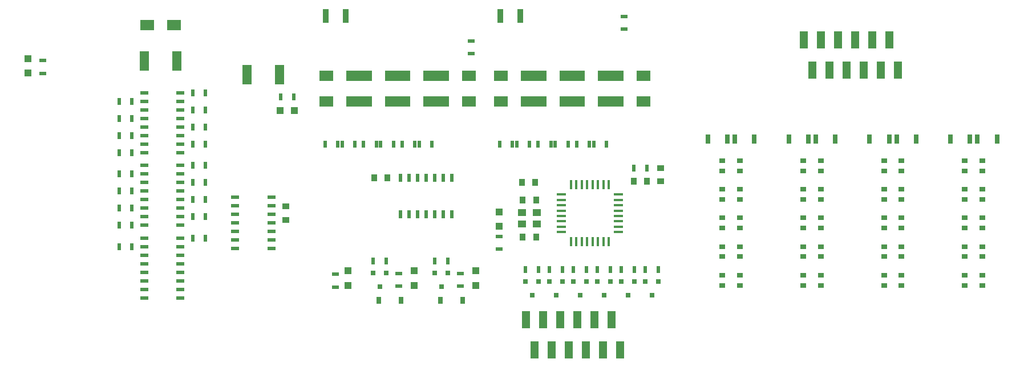
<source format=gbr>
G04 #@! TF.GenerationSoftware,KiCad,Pcbnew,(2017-08-07 revision 2d9ab80b4)-master*
G04 #@! TF.CreationDate,2017-08-10T02:16:17+02:00*
G04 #@! TF.ProjectId,z-module-pcb-r2,7A2D6D6F64756C652D7063622D72322E,rev?*
G04 #@! TF.SameCoordinates,Original*
G04 #@! TF.FileFunction,Paste,Top*
G04 #@! TF.FilePolarity,Positive*
%FSLAX46Y46*%
G04 Gerber Fmt 4.6, Leading zero omitted, Abs format (unit mm)*
G04 Created by KiCad (PCBNEW (2017-08-07 revision 2d9ab80b4)-master) date Thu Aug 10 02:16:17 2017*
%MOMM*%
%LPD*%
G01*
G04 APERTURE LIST*
%ADD10R,0.756000X1.428000*%
%ADD11R,0.924000X0.672000*%
%ADD12R,1.260000X2.520000*%
%ADD13R,2.100000X1.512000*%
%ADD14R,1.008000X1.008000*%
%ADD15R,1.344000X2.940000*%
%ADD16R,0.588000X1.092000*%
%ADD17R,0.672000X0.756000*%
%ADD18R,0.840000X1.050000*%
%ADD19R,1.050000X0.840000*%
%ADD20R,1.176000X1.008000*%
%ADD21R,0.462000X1.344000*%
%ADD22R,1.344000X0.462000*%
%ADD23R,1.092000X0.588000*%
%ADD24R,1.260000X0.504000*%
%ADD25R,0.504000X1.260000*%
%ADD26R,0.756000X1.008000*%
%ADD27R,0.840000X2.100000*%
%ADD28R,1.007060X1.007060*%
G04 APERTURE END LIST*
D10*
X241550000Y-87250000D03*
X244450000Y-87250000D03*
X237550000Y-87250000D03*
X240450000Y-87250000D03*
D11*
X239700000Y-96250000D03*
X239700000Y-94750000D03*
X242300000Y-96250000D03*
X242300000Y-94750000D03*
X242300000Y-90500000D03*
X242300000Y-92000000D03*
X239700000Y-90500000D03*
X239700000Y-92000000D03*
X242300000Y-99000000D03*
X242300000Y-100500000D03*
X239700000Y-99000000D03*
X239700000Y-100500000D03*
X254300000Y-94750000D03*
X254300000Y-96250000D03*
X251700000Y-94750000D03*
X251700000Y-96250000D03*
X251700000Y-92000000D03*
X251700000Y-90500000D03*
X254300000Y-92000000D03*
X254300000Y-90500000D03*
D10*
X252450000Y-87250000D03*
X249550000Y-87250000D03*
D11*
X251700000Y-104750000D03*
X251700000Y-103250000D03*
X254300000Y-104750000D03*
X254300000Y-103250000D03*
D10*
X256450000Y-87250000D03*
X253550000Y-87250000D03*
D11*
X254300000Y-107500000D03*
X254300000Y-109000000D03*
X251700000Y-107500000D03*
X251700000Y-109000000D03*
X251700000Y-100500000D03*
X251700000Y-99000000D03*
X254300000Y-100500000D03*
X254300000Y-99000000D03*
X239700000Y-109000000D03*
X239700000Y-107500000D03*
X242300000Y-109000000D03*
X242300000Y-107500000D03*
X242300000Y-103250000D03*
X242300000Y-104750000D03*
X239700000Y-103250000D03*
X239700000Y-104750000D03*
X230300000Y-107500000D03*
X230300000Y-109000000D03*
X227700000Y-107500000D03*
X227700000Y-109000000D03*
D10*
X228450000Y-87250000D03*
X225550000Y-87250000D03*
D11*
X227700000Y-104750000D03*
X227700000Y-103250000D03*
X230300000Y-104750000D03*
X230300000Y-103250000D03*
X227700000Y-100500000D03*
X227700000Y-99000000D03*
X230300000Y-100500000D03*
X230300000Y-99000000D03*
X230300000Y-94750000D03*
X230300000Y-96250000D03*
X227700000Y-94750000D03*
X227700000Y-96250000D03*
X227700000Y-92000000D03*
X227700000Y-90500000D03*
X230300000Y-92000000D03*
X230300000Y-90500000D03*
D10*
X232450000Y-87250000D03*
X229550000Y-87250000D03*
D11*
X218300000Y-90500000D03*
X218300000Y-92000000D03*
X215700000Y-90500000D03*
X215700000Y-92000000D03*
X215700000Y-96250000D03*
X215700000Y-94750000D03*
X218300000Y-96250000D03*
X218300000Y-94750000D03*
X218300000Y-99000000D03*
X218300000Y-100500000D03*
X215700000Y-99000000D03*
X215700000Y-100500000D03*
X215700000Y-109000000D03*
X215700000Y-107500000D03*
X218300000Y-109000000D03*
X218300000Y-107500000D03*
X218300000Y-103250000D03*
X218300000Y-104750000D03*
X215700000Y-103250000D03*
X215700000Y-104750000D03*
D10*
X213550000Y-87250000D03*
X216450000Y-87250000D03*
D12*
X231580000Y-77000000D03*
X229040000Y-77000000D03*
X230310000Y-72500000D03*
X227770000Y-72500000D03*
X234120000Y-77000000D03*
X236660000Y-77000000D03*
X239200000Y-77000000D03*
X241740000Y-77000000D03*
X232850000Y-72500000D03*
X235390000Y-72500000D03*
X237930000Y-72500000D03*
X240470000Y-72500000D03*
D10*
X217550000Y-87250000D03*
X220450000Y-87250000D03*
D13*
X172364000Y-81675000D03*
X168364000Y-81675000D03*
X194279032Y-77902498D03*
X198279032Y-77902498D03*
X130334000Y-70358000D03*
X134334000Y-70358000D03*
X160934000Y-77865000D03*
X156934000Y-77865000D03*
X156934000Y-81675000D03*
X160934000Y-81675000D03*
X174079000Y-81675000D03*
X178079000Y-81675000D03*
X178079000Y-77865000D03*
X174079000Y-77865000D03*
X166649000Y-77865000D03*
X162649000Y-77865000D03*
X172364000Y-77865000D03*
X168364000Y-77865000D03*
X186849032Y-77902498D03*
X182849032Y-77902498D03*
X182849032Y-81712498D03*
X186849032Y-81712498D03*
X199994032Y-81712498D03*
X203994032Y-81712498D03*
X203994032Y-77902498D03*
X199994032Y-77902498D03*
X192564032Y-77902498D03*
X188564032Y-77902498D03*
X188564032Y-81712498D03*
X192564032Y-81712498D03*
X194279032Y-81712498D03*
X198279032Y-81712498D03*
X162649000Y-81675000D03*
X166649000Y-81675000D03*
D14*
X160147000Y-106850000D03*
X160147000Y-109050000D03*
D15*
X134774000Y-75692000D03*
X129894000Y-75692000D03*
X145134000Y-77724000D03*
X150014000Y-77724000D03*
D16*
X206182000Y-106680000D03*
X204282000Y-106680000D03*
D17*
X205232000Y-110474000D03*
X204282000Y-108474000D03*
X206182000Y-108474000D03*
D12*
X190378000Y-118582000D03*
X187838000Y-118582000D03*
X189108000Y-114082000D03*
X186568000Y-114082000D03*
X192918000Y-118582000D03*
X195458000Y-118582000D03*
X197998000Y-118582000D03*
X200538000Y-118582000D03*
X191648000Y-114082000D03*
X194188000Y-114082000D03*
X196728000Y-114082000D03*
X199268000Y-114082000D03*
D17*
X165796000Y-107204000D03*
X163896000Y-107204000D03*
X164846000Y-109204000D03*
X173990000Y-109204000D03*
X173040000Y-107204000D03*
X174940000Y-107204000D03*
D18*
X202541165Y-93550637D03*
X204541165Y-93550637D03*
X164000000Y-93000000D03*
X166000000Y-93000000D03*
D19*
X150876000Y-97298000D03*
X150876000Y-99298000D03*
D20*
X185941165Y-98200637D03*
X188141165Y-98200637D03*
X188141165Y-99900637D03*
X185941165Y-99900637D03*
D21*
X193241165Y-94050637D03*
X194041165Y-94050637D03*
X194841165Y-94050637D03*
X195641165Y-94050637D03*
X196441165Y-94050637D03*
X197241165Y-94050637D03*
X198041165Y-94050637D03*
X198841165Y-94050637D03*
D22*
X200291165Y-95500637D03*
X200291165Y-96300637D03*
X200291165Y-97100637D03*
X200291165Y-97900637D03*
X200291165Y-98700637D03*
X200291165Y-99500637D03*
X200291165Y-100300637D03*
X200291165Y-101100637D03*
D21*
X198841165Y-102550637D03*
X198041165Y-102550637D03*
X197241165Y-102550637D03*
X196441165Y-102550637D03*
X195641165Y-102550637D03*
X194841165Y-102550637D03*
X194041165Y-102550637D03*
X193241165Y-102550637D03*
D22*
X191791165Y-101100637D03*
X191791165Y-100300637D03*
X191791165Y-99500637D03*
X191791165Y-98700637D03*
X191791165Y-97900637D03*
X191791165Y-97100637D03*
X191791165Y-96300637D03*
X191791165Y-95500637D03*
D23*
X158242000Y-109281000D03*
X158242000Y-107381000D03*
D16*
X204491165Y-91550637D03*
X202591165Y-91550637D03*
D24*
X148750000Y-95885000D03*
X148750000Y-97155000D03*
X148750000Y-98425000D03*
X148750000Y-99695000D03*
X148750000Y-100965000D03*
X148750000Y-102235000D03*
X148750000Y-103505000D03*
X143350000Y-103505000D03*
X143350000Y-102235000D03*
X143350000Y-100965000D03*
X143350000Y-99695000D03*
X143350000Y-98425000D03*
X143350000Y-97155000D03*
X143350000Y-95885000D03*
D25*
X167940000Y-93050000D03*
X169210000Y-93050000D03*
X170480000Y-93050000D03*
X171750000Y-93050000D03*
X173020000Y-93050000D03*
X174290000Y-93050000D03*
X175560000Y-93050000D03*
X175560000Y-98450000D03*
X174290000Y-98450000D03*
X173020000Y-98450000D03*
X171750000Y-98450000D03*
X170480000Y-98450000D03*
X169210000Y-98450000D03*
X167940000Y-98450000D03*
D14*
X179070000Y-109050000D03*
X179070000Y-106850000D03*
X169926000Y-106850000D03*
X169926000Y-109050000D03*
D23*
X167640000Y-107254000D03*
X167640000Y-109154000D03*
X176784000Y-107254000D03*
X176784000Y-109154000D03*
D16*
X191958000Y-106680000D03*
X190058000Y-106680000D03*
X193614000Y-106680000D03*
X195514000Y-106680000D03*
X199070000Y-106680000D03*
X197170000Y-106680000D03*
X202626000Y-106680000D03*
X200726000Y-106680000D03*
X186502000Y-106680000D03*
X188402000Y-106680000D03*
D17*
X201676000Y-110474000D03*
X200726000Y-108474000D03*
X202626000Y-108474000D03*
X198120000Y-110474000D03*
X197170000Y-108474000D03*
X199070000Y-108474000D03*
X194564000Y-110474000D03*
X193614000Y-108474000D03*
X195514000Y-108474000D03*
X188402000Y-108474000D03*
X186502000Y-108474000D03*
X187452000Y-110474000D03*
X191008000Y-110474000D03*
X190058000Y-108474000D03*
X191958000Y-108474000D03*
D26*
X164720000Y-111252000D03*
X168020000Y-111252000D03*
D16*
X163896000Y-105410000D03*
X165796000Y-105410000D03*
D26*
X173864000Y-111252000D03*
X177164000Y-111252000D03*
D16*
X173040000Y-105410000D03*
X174940000Y-105410000D03*
D27*
X156799000Y-68975000D03*
X159799000Y-68975000D03*
D16*
X162429000Y-88025000D03*
X164329000Y-88025000D03*
D23*
X178435000Y-74610000D03*
X178435000Y-72710000D03*
D16*
X159254000Y-88025000D03*
X161154000Y-88025000D03*
X156714000Y-88025000D03*
X158614000Y-88025000D03*
X168144000Y-88025000D03*
X170044000Y-88025000D03*
X170684000Y-88025000D03*
X172584000Y-88025000D03*
X164969000Y-88025000D03*
X166869000Y-88025000D03*
X137088718Y-101970478D03*
X138988718Y-101970478D03*
X138988718Y-98795478D03*
X137088718Y-98795478D03*
X137088718Y-96255478D03*
X138988718Y-96255478D03*
D24*
X129877718Y-101970478D03*
X129877718Y-103240478D03*
X129877718Y-104510478D03*
X129877718Y-105780478D03*
X129877718Y-107050478D03*
X129877718Y-108320478D03*
X129877718Y-109590478D03*
X129877718Y-110860478D03*
X135277718Y-110860478D03*
X135277718Y-109590478D03*
X135277718Y-108320478D03*
X135277718Y-107050478D03*
X135277718Y-105780478D03*
X135277718Y-104510478D03*
X135277718Y-103240478D03*
X135277718Y-101970478D03*
X135277718Y-91175478D03*
X135277718Y-92445478D03*
X135277718Y-93715478D03*
X135277718Y-94985478D03*
X135277718Y-96255478D03*
X135277718Y-97525478D03*
X135277718Y-98795478D03*
X135277718Y-100065478D03*
X129877718Y-100065478D03*
X129877718Y-98795478D03*
X129877718Y-97525478D03*
X129877718Y-96255478D03*
X129877718Y-94985478D03*
X129877718Y-93715478D03*
X129877718Y-92445478D03*
X129877718Y-91175478D03*
D16*
X137088718Y-93715478D03*
X138988718Y-93715478D03*
X137088718Y-80380478D03*
X138988718Y-80380478D03*
X138988718Y-82920478D03*
X137088718Y-82920478D03*
X137088718Y-91175478D03*
X138988718Y-91175478D03*
X137088718Y-88000478D03*
X138988718Y-88000478D03*
X137088718Y-85460478D03*
X138988718Y-85460478D03*
X128066718Y-94985478D03*
X126166718Y-94985478D03*
X128066718Y-89270478D03*
X126166718Y-89270478D03*
X126166718Y-103240478D03*
X128066718Y-103240478D03*
X128066718Y-100065478D03*
X126166718Y-100065478D03*
X128066718Y-92445478D03*
X126166718Y-92445478D03*
X126166718Y-97525478D03*
X128066718Y-97525478D03*
X128066718Y-86730478D03*
X126166718Y-86730478D03*
X126166718Y-84190478D03*
X128066718Y-84190478D03*
X128066718Y-81650478D03*
X126166718Y-81650478D03*
D24*
X135277718Y-80380478D03*
X135277718Y-81650478D03*
X135277718Y-82920478D03*
X135277718Y-84190478D03*
X135277718Y-85460478D03*
X135277718Y-86730478D03*
X135277718Y-88000478D03*
X135277718Y-89270478D03*
X129877718Y-89270478D03*
X129877718Y-88000478D03*
X129877718Y-86730478D03*
X129877718Y-85460478D03*
X129877718Y-84190478D03*
X129877718Y-82920478D03*
X129877718Y-81650478D03*
X129877718Y-80380478D03*
D23*
X201123000Y-70956500D03*
X201123000Y-69056500D03*
D18*
X188041165Y-96300637D03*
X186041165Y-96300637D03*
X186041165Y-101800637D03*
X188041165Y-101800637D03*
D16*
X190884032Y-88062498D03*
X192784032Y-88062498D03*
X196599032Y-88062498D03*
X198499032Y-88062498D03*
X194059032Y-88062498D03*
X195959032Y-88062498D03*
X185169032Y-88062498D03*
X187069032Y-88062498D03*
X188344032Y-88062498D03*
X190244032Y-88062498D03*
X182629032Y-88062498D03*
X184529032Y-88062498D03*
D19*
X206541165Y-93550637D03*
X206541165Y-91550637D03*
D18*
X185944000Y-93726000D03*
X187944000Y-93726000D03*
D27*
X182714032Y-69012498D03*
X185714032Y-69012498D03*
D23*
X182614462Y-103643382D03*
X182614462Y-101743382D03*
D28*
X182614462Y-100186402D03*
X182614462Y-98088362D03*
D23*
X114808000Y-75631000D03*
X114808000Y-77531000D03*
D16*
X150180000Y-81026000D03*
X152080000Y-81026000D03*
D28*
X152179020Y-83058000D03*
X150080980Y-83058000D03*
X112613000Y-77438020D03*
X112613000Y-75339980D03*
M02*

</source>
